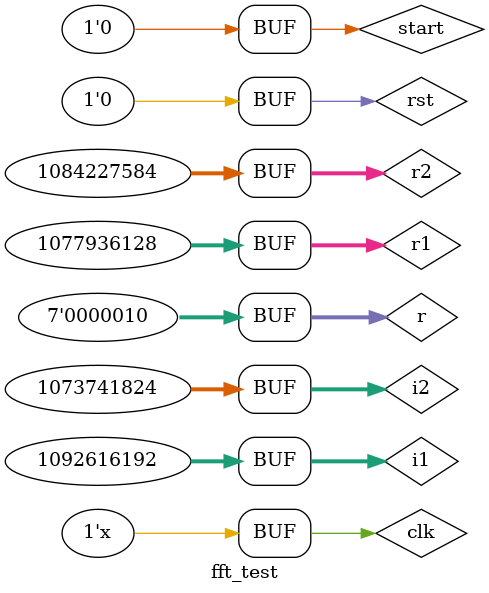
<source format=v>
`timescale 1ns / 1ps


module fft_test;

	// Inputs
	reg clk;
	reg rst;
	reg [31:0] r1;
	reg [31:0] i1;
	reg [31:0] r2;
	reg [31:0] i2;
	reg [31:0] sum1;
	reg [31:0] sum2;
	reg [31:0] prod1;
	reg [31:0] prod2;
	reg [6:0] r;

	reg start;

	// Outputs
	wire [31:0] newr1;
	wire [31:0] newi1;
	wire [31:0] newr2;
	wire [31:0] newi2;
	wire [31:0] a1;
	wire [31:0] b1;
	wire [31:0] a2;
	wire [31:0] b2;
	wire [31:0] m1;
	wire [31:0] m2;
	wire [31:0] n1;
	wire [31:0] n2;
	
	wire valid;
	wire ready;

	// Instantiate the Unit Under Test (UUT)
	FFT_2 uut (
		.clk(clk),
		.rst(rst), 
		.r1(r1), 
		.i1(i1), 
		.r2(r2), 
		.i2(i2), 
		.newr1(newr1), 
		.newi1(newi1), 
		.newr2(newr2), 
		.newi2(newi2), 
		.sum1(sum1), 
		.sum2(sum2), 
		.a1(a1), 
		.b1(b1), 
		.a2(a2), 
		.b2(b2),
		.m1(m1),
		.m2(m2),
		.n1(n1),
		.n2(n2),
		.prod1(prod1),
		.prod2(prod2),
		.r(r),
		.start(start), 
		.valid(valid), 
		.ready(ready)
	);
	
	reg [31:0] sa1;
	reg [31:0] sb1;
	wire [31:0] result1;

	Adder add1 (
	  .a(sa1), // input [31 : 0] a
	  .b(sb1), // input [31 : 0] b
	  .clk(clk), // input clk
	  .result(result1) // output [31 : 0] result
	);
	
	reg [31:0] sa2;
	reg [31:0] sb2;
	wire [31:0] result2;
	Adder add2 (
	  .a(sa2), // input [31 : 0] a
	  .b(sb2), // input [31 : 0] b
	  .clk(clk), // input clk
	  .result(result2) // output [31 : 0] result
	);
	
	reg [31:0] pm1;
	reg [31:0] pn1;
	wire [31:0] presult1;
	Mult mult1 (
	  .a(pm1), // input [31 : 0] a
	  .b(pn1), // input [31 : 0] b
	  .clk(clk), // input clk
	  .result(presult1) // output [31 : 0] result
	);
	
	reg [31:0] pm2;
	reg [31:0] pn2;
	wire [31:0] presult2;
	Mult mult2 (
	  .a(pm2), // input [31 : 0] a
	  .b(pn2), // input [31 : 0] b
	  .clk(clk), // input clk
	  .result(presult2) // output [31 : 0] result
	);
	
	initial begin
		// Initialize Inputs
		clk = 0;
		rst = 0;
		r1 = 32'h40400000;//3
		i1 = 32'h41200000;//10
		r2 = 32'h40a00000;//5
		i2 = 32'h40000000;//2
		r = 2;
		sum1 = 0;
		sum2 = 0;
		start = 0;
		sa1<=0;
		sa2<=0;
		sb1<=0;
		sb2<=0;
		pm1<=0;
		pm2<=0;
		pn1<=0;
		pn2<=0;

		// Wait 100 ns for global reset to finish
		#100;
      rst = 1;
		#100;
		rst = 0;
		#50;
		start = 1;
		#50;
		start = 0;
		
		// Add stimulus here

	end
	
	always begin
		sa1<=a1;
		sa2<=a2;
		sb1<=b1;
		sb2<=b2;
		
		pm1<=m1;
		pm2<=m2;
		pn1<=n1;
		pn2<=n2;
		
		sum1<=result1;
		sum2<=result2;
		
		prod1<=presult1;
		prod2<=presult2;
		
		#50;
		clk=~clk;
	end
      
endmodule


</source>
